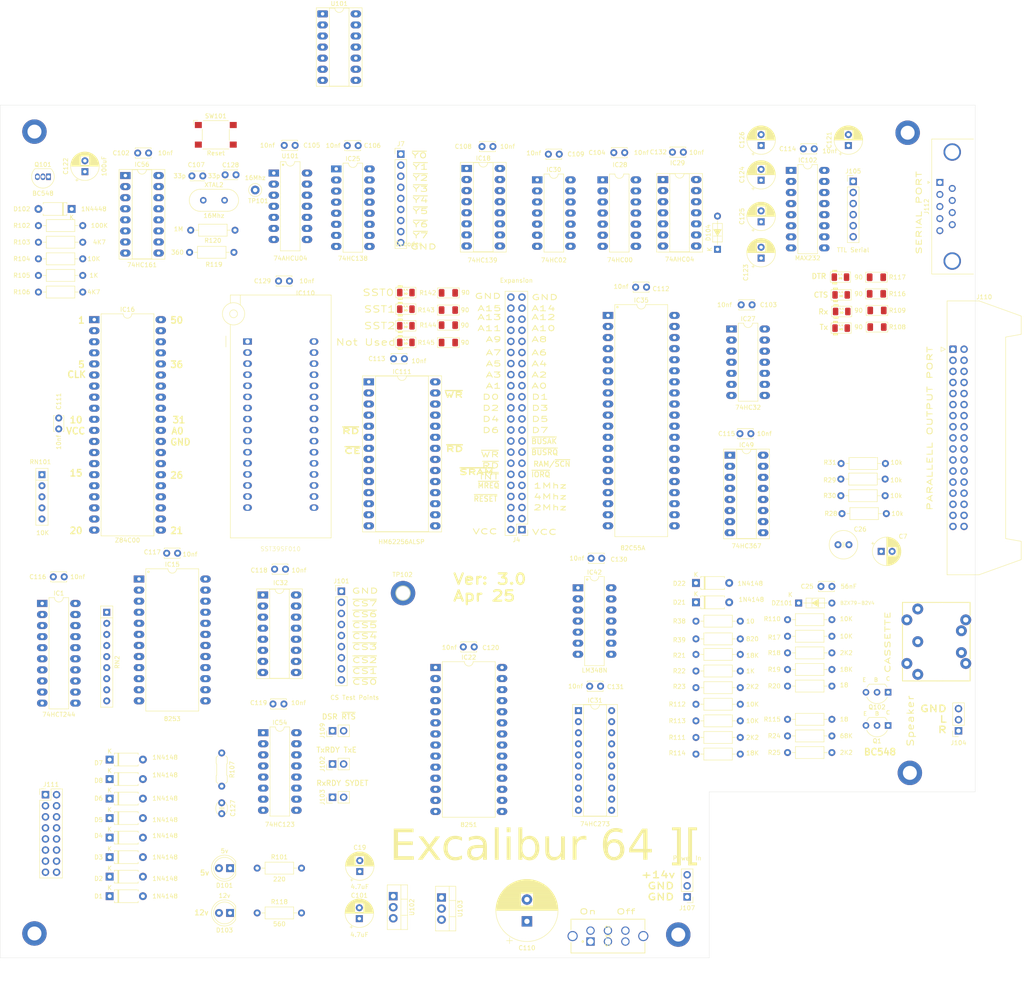
<source format=kicad_pcb>
(kicad_pcb (version 20241229) (generator "pcbnew") (generator_version "9.0")
  (layers (0 "F.Cu" signal) (2 "B.Cu" signal) (13 "F.Paste" user) (15 "B.Paste" user) (5 "F.SilkS" user "F.Silkscreen") (7 "B.SilkS" user "B.Silkscreen") (1 "F.Mask" user) (3 "B.Mask" user) (25 "Edge.Cuts" user))
  (net 0 "")
  (net 1 "GND")
  (net 2 "VCC")
  (net 3 "D2")
  (net 4 "A0")
  (net 5 "A6")
  (net 6 "A10")
  (net 7 "A13")
  (net 8 "A14")
  (net 9 "A2")
  (net 10 "A5")
  (net 11 "D0")
  (net 12 "A7")
  (net 13 "A8")
  (net 14 "D4")
  (net 15 "A9")
  (net 16 "A4")
  (net 17 "D3")
  (net 18 "D5")
  (net 19 "D7")
  (net 20 "D6")
  (net 21 "D1")
  (net 22 "A11")
  (net 23 "A1")
  (net 24 "A3")
  (net 25 "A15")
  (net 26 "A12")
  (net 27 "~{RD}")
  (net 28 "~{WR}")
  (net 29 "~{BUSRQ}")
  (net 30 "Net-(C107-Pad2)")
  (net 31 "Net-(C128-Pad1)")
  (net 32 "~{INT}")
  (net 33 "4Mhz")
  (net 34 "~{RESET}")
  (net 35 "~{IORQ}")
  (net 37 "~{BUSAK}")
  (net 39 "~{MREQ}")
  (net 40 "Net-(IC16-~{WAIT})")
  (net 41 "1Mhz")
  (net 42 "16Mhz")
  (net 43 "2Mhz")
  (net 44 "8Mhz")
  (net 45 "Net-(IC29-Pad4)")
  (net 46 "Net-(R102-Pad1)")
  (net 47 "/CPU/~{BUS_REQ}")
  (net 48 "Net-(D101-A)")
  (net 49 "/CPU/~{IOR_Q}")
  (net 50 "~{ROM1_CE}")
  (net 51 "Net-(C122-Pad1)")
  (net 56 "Net-(IC16-~{NMI})")
  (net 57 "~{ROM2_CE}")
  (net 58 "Net-(LED1-K)")
  (net 59 "Net-(LED2-K)")
  (net 60 "Net-(LED3-K)")
  (net 61 "Net-(LED4-K)")
  (net 62 "Net-(Q101-C)")
  (net 63 "Net-(IC42A--)")
  (net 64 "~{LOW}{slash}HIGHRES")
  (net 65 "Net-(IC28-Pad11)")
  (net 66 "/CPU/~{M1}")
  (net 67 "2nd Col")
  (net 68 "Net-(Q101-B)")
  (net 69 "/CPU/~{BUS_ACK}")
  (net 70 "Net-(IC110-A16)")
  (net 72 "/Power_Reset/RESET")
  (net 73 "/Power_Reset/~{RESET}")
  (net 74 "Net-(C25-Pad2)")
  (net 75 "Net-(C25-Pad1)")
  (net 76 "Net-(C26-Pad2)")
  (net 77 "Net-(IC18B-O3)")
  (net 79 "Net-(IC18B-E)")
  (net 82 "Net-(IC18B-O1)")
  (net 84 "Net-(IC18B-O0)")
  (net 87 "Net-(IC18B-O2)")
  (net 89 "Net-(C26-Pad1)")
  (net 90 "Net-(IC25-~{Y3})")
  (net 91 "Net-(IC25-~{Y7})")
  (net 92 "RAMON{slash}~{SCREEN}")
  (net 93 "Net-(IC25-~{Y0})")
  (net 94 "Net-(IC25-~{Y4})")
  (net 95 "Net-(IC25-~{Y2})")
  (net 96 "Net-(IC25-~{E0})")
  (net 97 "Net-(IC25-~{Y6})")
  (net 98 "~{SRAM}")
  (net 99 "~{ROM}")
  (net 101 "Net-(IC27-Pad1)")
  (net 102 "~{CS5}")
  (net 103 "~{CS3}")
  (net 104 "~{CS4}")
  (net 105 "~{CS0}")
  (net 106 "~{CS2}")
  (net 107 "~{CS6}")
  (net 108 "~{CS1}")
  (net 109 "~{CS7}")
  (net 110 "Net-(IC27-Pad13)")
  (net 112 "Net-(IC54B-Cext)")
  (net 124 "Net-(IC54B-RCext)")
  (net 127 "ROW7")
  (net 128 "ROW6")
  (net 129 "ROW5")
  (net 130 "ROW4")
  (net 131 "ROW3")
  (net 132 "ROW2")
  (net 133 "ROW1")
  (net 134 "ROW0")
  (net 135 "Net-(D21-Pad2)")
  (net 136 "Net-(DZ101-K)")
  (net 137 "COL3")
  (net 138 "COL7")
  (net 139 "COL0")
  (net 140 "COL4")
  (net 141 "COL6")
  (net 142 "COL1")
  (net 143 "COL5")
  (net 144 "COL2")
  (net 145 "/Control_logic/~{MREQ}")
  (net 146 "/Control_logic/~{RFSH}")
  (net 147 "/Control_logic/~{RD}")
  (net 148 "/Control_logic/~{Reset}")
  (net 149 "/Control_logic/~{IOR_Q}")
  (net 150 "Net-(IC42-Pad7)")
  (net 151 "Net-(IC42B-+)")
  (net 152 "Net-(IC42D-+)")
  (net 153 "Net-(IC42-Pad8)")
  (net 154 "Net-(IC42-Pad14)")
  (net 156 "Net-(IC42B--)")
  (net 157 "Net-(IC42C--)")
  (net 161 "~{Q}")
  (net 167 "PD6")
  (net 168 "READY")
  (net 169 "PD0")
  (net 170 "PD2")
  (net 171 "PD4")
  (net 172 "~{DATA STROBE}")
  (net 173 "PD1")
  (net 174 "PD3")
  (net 175 "PD5")
  (net 176 "RESET")
  (net 177 "BUSY")
  (net 178 "PD7")
  (net 179 "OUT PAPER")
  (net 180 "UNIT SEL")
  (net 181 "Net-(J104-Pin_1)")
  (net 182 "Net-(J104-Pin_2)")
  (net 183 "Net-(J108-Pad4)")
  (net 191 "Net-(LED101-A)")
  (net 192 "Net-(LED102-K)")
  (net 193 "Net-(LED103-K)")
  (net 194 "Net-(LED104-A)")
  (net 195 "Net-(Q1-E)")
  (net 196 "Net-(Q1-B)")
  (net 197 "Net-(Q102-E)")
  (net 198 "Net-(Q102-B)")
  (net 199 "+12V")
  (net 200 "Net-(IC102-VS-)")
  (net 201 "Net-(IC102-C1-)")
  (net 202 "Net-(IC102-C1+)")
  (net 203 "Net-(IC102-C2+)")
  (net 204 "Net-(IC102-C2-)")
  (net 205 "Net-(IC102-VS+)")
  (net 206 "Net-(IC35-PB7)")
  (net 207 "Net-(IC35-PB6)")
  (net 208 "Net-(IC35-PB5)")
  (net 209 "Net-(IC35-PB4)")
  (net 210 "Net-(IC35-PB3)")
  (net 211 "Net-(IC35-PB2)")
  (net 212 "Net-(IC35-PB1)")
  (net 213 "Net-(IC35-PB0)")
  (net 216 "UART_CLK")
  (net 217 "Net-(IC15-OUT0)")
  (net 219 "Net-(IC15-OUT2)")
  (net 220 "Net-(IC22-~{RTS})")
  (net 221 "Net-(IC102-T1IN)")
  (net 222 "Net-(IC102-T2IN)")
  (net 223 "Net-(IC22-RxRDY)")
  (net 224 "Net-(IC102-R1OUT)")
  (net 225 "Net-(IC22-TxE)")
  (net 226 "Net-(IC22-SYDET)")
  (net 227 "Net-(IC102-R2OUT)")
  (net 228 "Net-(IC22-~{DSR})")
  (net 229 "Net-(IC22-TxRDY)")
  (net 230 "Net-(IC27-Pad10)")
  (net 231 "Net-(IC35-PC1)")
  (net 232 "Net-(IC35-PC7)")
  (net 235 "Net-(IC102-R1IN)")
  (net 236 "Net-(IC102-T2OUT)")
  (net 237 "Net-(IC102-R2IN)")
  (net 238 "Net-(IC102-T1OUT)")
  (net 239 "Net-(D103-A)")
  (net 250 "/Power_Reset/POWER_OUT")
  (net 251 "/Power_Reset/POWER_IN")
  (net 252 "Net-(R119-Pad2)")
  (footprint "PCM_LED_SMD_Handsoldering_AKL:LED_1206_3216Metric" (layer "F.Cu") (at 128.57 100.16)
    (property "Reference" "LED4" (hide yes))
    (property "Value" "Not Used" (hide yes))
  )
  (footprint "Package_DIP:DIP-16_W7.62mm_Socket_LongPads" (layer "F.Cu") (at 202.84 126.02)
    (property "Reference" "IC49")
    (property "Value" "74HC367")
  )
  (footprint "Connector_Dsub:DSUB-9_Female_Horizontal_P2.77x2.84mm_EdgePinOffset4.94mm_Housed_MountingHolesOffset4.94mm" (layer "F.Cu") (at 250.9697 63.46 90)
    (property "Reference" "J112")
    (property "Value" "Serial")
  )
  (footprint "Diode_THT:D_A-405_P7.62mm_Horizontal" (layer "F.Cu") (at 60.67 222.6871)
    (property "Reference" "D2")
    (property "Value" "1N4148")
  )
  (footprint "Connector_PinHeader_2.54mm:PinHeader_1x02_P2.54mm_Vertical" (layer "F.Cu") (at 111.76 204.47 90)
    (property "Reference" "J103")
    (property "Value" "Rx" (hide yes))
  )
  (footprint "TestPoint:TestPoint_Loop_D1.80mm_Drill1.0mm_Beaded" (layer "F.Cu") (at 94.03 65.21)
    (property "Reference" "TP101")
    (property "Value" "16Mhz")
  )
  (footprint "Package_DIP:DIP-16_W7.62mm_LongPads" (layer "F.Cu") (at 112.6091 60.37)
    (property "Reference" "IC25")
    (property "Value" "74HC138")
  )
  (footprint "Package_DIP:DIP-16_W7.62mm_Socket_LongPads" (layer "F.Cu") (at 64.27 61.89)
    (property "Reference" "IC56")
    (property "Value" "74HC161")
  )
  (footprint "PCM_Resistor_SMD_AKL:R_1206_3216Metric_Pad1.30x1.75mm_HandSolder" (layer "F.Cu") (at 236.56 96.64)
    (property "Reference" "R108")
    (property "Value" "90")
  )
  (footprint "Resistor_THT:R_Axial_DIN0207_L6.3mm_D2.5mm_P10.16mm_Horizontal" (layer "F.Cu") (at 228.33 127.93)
    (property "Reference" "R31")
    (property "Value" "10k")
  )
  (footprint "Resistor_THT:R_Axial_DIN0207_L6.3mm_D2.5mm_P10.16mm_Horizontal" (layer "F.Cu") (at 195.06 190.76)
    (property "Reference" "R111")
    (property "Value" "2K2")
  )
  (footprint "Connector_IDC:IDC-Header_2x17_P2.54mm_Latch_Horizontal" (layer "F.Cu") (at 253.9765 101.72)
    (property "Reference" "J110")
    (property "Value" "PARALLEL OUTPUT PORT")
  )
  (footprint "PCM_Package_DIP_AKL:DIP-40_W15.24mm_LongPads" (layer "F.Cu") (at 174.9 93.97)
    (property "Reference" "IC35")
    (property "Value" "82C55A")
  )
  (footprint "Resistor_THT:R_Axial_DIN0207_L6.3mm_D2.5mm_P10.16mm_Horizontal" (layer "F.Cu") (at 44.34 84.8)
    (property "Reference" "R105")
    (property "Value" "1K")
  )
  (footprint "PCM_Capacitor_THT_AKL:CP_Radial_D6.3mm_P2.50mm" (layer "F.Cu") (at 210 72.5 90)
    (property "Reference" "C125")
    (property "Value" "1uF" (hide yes))
  )
  (footprint "Capacitor_THT:C_Disc_D3.4mm_W2.1mm_P2.50mm" (layer "F.Cu") (at 146.02 55.24)
    (property "Reference" "C108")
    (property "Value" "10nf")
  )
  (footprint "Transformer_THT:MFS201N-16-Z_NDC" (layer "F.Cu") (at 170.89 237.56 90)
    (property "Reference" "SW102")
    (property "Value" "Power")
  )
  (footprint "Capacitor_THT:C_Disc_D3.4mm_W2.1mm_P2.50mm" (layer "F.Cu") (at 125.74 103.9)
    (property "Reference" "C113")
    (property "Value" "10nf")
  )
  (footprint "Resistor_THT:R_Axial_DIN0207_L6.3mm_D2.5mm_P10.16mm_Horizontal" (layer "F.Cu") (at 195.06 179.33)
    (property "Reference" "R23")
    (property "Value" "2K2")
  )
  (footprint "Package_DIP:DIP-16_W7.62mm_LongPads" (layer "F.Cu") (at 216.865 60.705)
    (property "Reference" "IC102")
    (property "Value" "MAX232")
  )
  (footprint "Capacitor_THT:C_Disc_D3.4mm_W2.1mm_P2.50mm" (layer "F.Cu") (at 67.1 56.72)
    (property "Reference" "C102")
    (property "Value" "10nf")
  )
  (footprint "Resistor_THT:R_Axial_DIN0207_L6.3mm_D2.5mm_P10.16mm_Horizontal" (layer "F.Cu") (at 228.27 131.5)
    (property "Reference" "R29")
    (property "Value" "10k")
  )
  (footprint "Package_DIP:DIP-16_W7.62mm_Socket_LongPads" (layer "F.Cu") (at 142.5 60.27)
    (property "Reference" "IC18")
    (property "Value" "74HC139")
  )
  (footprint "PCM_Resistor_SMD_AKL:R_1206_3216Metric_Pad1.30x1.75mm_HandSolder" (layer "F.Cu") (at 236.43 89.02)
    (property "Reference" "R116")
    (property "Value" "90")
  )
  (footprint "Capacitor_THT:C_Disc_D3.0mm_W2.0mm_P2.50mm" (layer "F.Cu") (at 87.142 61.722)
    (property "Reference" "C128")
    (property "Value" "33p")
  )
  (footprint "Resistor_THT:R_Axial_DIN0207_L6.3mm_D2.5mm_P10.16mm_Horizontal" (layer "F.Cu") (at 216.06 186.6)
    (property "Reference" "R115")
    (property "Value" "18")
  )
  (footprint "Capacitor_THT:C_Disc_D3.4mm_W2.1mm_P2.50mm" (layer "F.Cu") (at 170.98 149.67)
    (property "Reference" "C130")
    (property "Value" "10nf")
  )
  (footprint "Capacitor_THT:C_Disc_D3.4mm_W2.1mm_P2.50mm" (layer "F.Cu") (at 178.73 56.64 180)
    (property "Reference" "C104")
    (property "Value" "10nf")
  )
  (footprint "Package_DIP:DIP-28_W15.24mm_LongPads" (layer "F.Cu") (at 135.37 174.71)
    (property "Reference" "IC22")
    (property "Value" "8251")
  )
  (footprint "PCM_Resistor_SMD_AKL:R_1206_3216Metric_Pad1.30x1.75mm_HandSolder" (layer "F.Cu") (at 138.31 96.2 180)
    (property "Reference" "R144")
    (property "Value" "90")
  )
  (footprint "Capacitor_THT:C_Disc_D3.0mm_W2.0mm_P2.50mm" (layer "F.Cu") (at 79.522 61.976)
    (property "Reference" "C107")
    (property "Value" "33p")
  )
  (footprint "Resistor_THT:R_Axial_DIN0207_L6.3mm_D2.5mm_P10.16mm_Horizontal" (layer "F.Cu") (at 205.22 168.154 180)
    (property "Reference" "R39")
    (property "Value" "820")
  )
  (footprint "Connector_PinSocket_2.54mm:PinSocket_1x03_P2.54mm_Vertical" (layer "F.Cu") (at 255.245 189.23 180)
    (property "Reference" "J104")
    (property "Value" "SPEAKER (AUDIO)" (hide yes))
  )
  (footprint "PCM_Package_DIP_AKL:DIP-14_W7.62mm_LongPads" (layer "F.Cu") (at 168.01 156.44)
    (property "Reference" "IC42")
    (property "Value" "LM348N")
  )
  (footprint "PCM_Capacitor_THT_AKL:CP_Radial_D6.3mm_P2.50mm" (layer "F.Cu") (at 237.53 148.082)
    (property "Reference" "C7")
    (property "Value" "1uF" (hide yes))
  )
  (footprint "Package_DIP:DIP-16_W7.62mm_Socket_LongPads" (layer "F.Cu") (at 95.79 158.08)
    (property "Reference" "IC32")
    (property "Value" "74HC138")
  )
  (footprint "Capacitor_THT:CP_Radial_D6.3mm_P2.50mm" (layer "F.Cu") (at 117.9 232.31 90)
    (property "Reference" "C101")
    (property "Value" "4.7uF")
  )
  (footprint "Resistor_THT:R_Axial_DIN0207_L6.3mm_D2.5mm_P10.16mm_Horizontal" (layer "F.Cu") (at 228.27 135.31)
    (property "Reference" "R30")
    (property "Value" "10k")
  )
  (footprint "PCM_Package_TO_SOT_THT_AKL:TO-220-3_Vertical" (layer "F.Cu") (at 125.675 227.15 -90)
    (property "Reference" "U102")
    (property "Value" "LM7805CT" (hide yes))
  )
  (footprint "Package_DIP:DIP-20_W7.62mm_LongPads" (layer "F.Cu") (at 45.212 160.02)
    (property "Reference" "IC1")
    (property "Value" "74HCT244")
  )
  (footprint "Resistor_THT:R_Axial_DIN0207_L6.3mm_D2.5mm_P10.16mm_Horizontal" (layer "F.Cu") (at 216.06 167.55)
    (property "Reference" "R17")
    (property "Value" "10K")
  )
  (footprint "PCM_Package_TO_SOT_THT_AKL:TO-92_Inline_Wide_CBE" (layer "F.Cu") (at 239.11 188.01 180)
    (property "Reference" "Q1")
    (property "Value" "BC548" (hide yes))
  )
  (footprint "Resistor_THT:R_Axial_DIN0207_L6.3mm_D2.5mm_P10.16mm_Horizontal" (layer "F.Cu") (at 104.648 231 180)
    (property "Reference" "R118")
    (property "Value" "560")
  )
  (footprint "Capacitor_THT:C_Disc_D3.4mm_W2.1mm_P2.50mm" (layer "F.Cu") (at 101.89 86.08 180)
    (property "Reference" "C129")
    (property "Value" "10nf")
  )
  (footprint "Socket:DIP_Socket-32_W11.9_W12.7_W15.24_W17.78_W18.5_3M_232-1285-00-0602J" (layer "F.Cu") (at 92.2712 99.95)
    (property "Reference" "IC110")
    (property "Value" "SST39SF010")
  )
  (footprint "Diode_THT:D_A-405_P7.62mm_Horizontal" (layer "F.Cu") (at 60.67 195.8243)
    (property "Reference" "D7")
    (property "Value" "1N4148")
  )
  (footprint "Package_DIP:DIP-14_W7.62mm_Socket_LongPads" (layer "F.Cu") (at 187.5 62.82)
    (property "Reference" "IC29")
    (property "Value" "74AHC04")
  )
  (footprint "PCM_LED_SMD_Handsoldering_AKL:LED_1206_3216Metric" (layer "F.Cu") (at 128.57 92.54)
    (property "Reference" "LED2" (hide yes))
    (property "Value" "SST1" (hide yes))
  )
  (footprint "PCM_Package_DIP_AKL:DIP-24_W15.24mm_LongPads" (layer "F.Cu") (at 67.4 154.42)
    (property "Reference" "IC15")
    (property "Value" "8253")
  )
  (footprint "PCM_Package_TO_SOT_THT_AKL:TO-220-3_Vertical" (layer "F.Cu") (at 136.74 227.46 -90)
    (property "Reference" "U103")
    (property "Value" "LM7812CT" (hide yes))
  )
  (footprint "Capacitor_THT:CP_Radial_D6.3mm_P2.50mm" (layer "F.Cu") (at 55 61 90)
    (property "Reference" "C122")
    (property "Value" "100uF")
  )
  (footprint "PCM_LED_SMD_Handsoldering_AKL:LED_1206_3216Metric" (layer "F.Cu") (at 128.57 96.35)
    (property "Reference" "LED3" (hide yes))
    (property "Value" "SST2" (hide yes))
  )
  (footprint "Resistor_THT:R_Axial_DIN0207_L6.3mm_D2.5mm_P10.16mm_Horizontal" (layer "F.Cu") (at 228.54 139.42)
    (property "Reference" "R28")
    (property "Value" "10k")
  )
  (footprint "Button_Switch_SMD:SW_SPST_Omron_B3FS-100xP" (layer "F.Cu") (at 85 52.55)
    (property "Reference" "SW101")
    (property "Value" "Reset")
  )
  (footprint "Diode_THT:D_A-405_P7.62mm_Horizontal" (layer "F.Cu") (at 195.06 159.772)
    (property "Reference" "D21")
    (property "Value" "1N4148")
  )
  (footprint "Package_DIP:DIP-14_W7.62mm_LongPads" (layer "F.Cu") (at 173.675 62.87)
    (property "Reference" "IC28")
    (property "Value" "74HC00")
  )
  (footprint "Connector_PinHeader_2.54mm:PinHeader_1x02_P2.54mm_Vertical" (layer "F.Cu") (at 111.76 196.85 90)
    (property "Reference" "J102")
    (property "Value" "Tx" (hide yes))
  )
  (footprint "Capacitor_THT:C_Disc_D3.4mm_W2.1mm_P2.50mm" (layer "F.Cu") (at 207.93 91.54 180)
    (property "Reference" "C103")
    (property "Value" "10nf")
  )
  (footprint "Connector_PinHeader_2.54mm:PinHeader_1x09_P2.54mm_Vertical" (layer "F.Cu") (at 113.792 157.226)
    (property "Reference" "J101")
    (property "Value" "CS Test Points")
  )
  (footprint "Connector_PinHeader_2.54mm:PinHeader_1x03_P2.54mm_Vertical" (layer "F.Cu") (at 193.04 227.33 180)
    (property "Reference" "J107")
    (property "Value" "Power In")
  )
  (footprint "PCM_LED_SMD_Handsoldering_AKL:LED_1206_3216Metric" (layer "F.Cu") (at 228.34 96.88)
    (property "Reference" "LED103" (hide yes))
    (property "Value" "Red" (hide yes))
  )
  (footprint "Resistor_THT:R_Axial_DIN0207_L6.3mm_D2.5mm_P10.16mm_Horizontal" (layer "F.Cu") (at 44.34 80.99)
    (property "Reference" "R104")
    (property "Value" "10K")
  )
  (footprint "PCM_LED_SMD_Handsoldering_AKL:LED_1206_3216Metric" (layer "F.Cu") (at 228.47 93.07)
    (property "Reference" "LED102" (hide yes))
    (property "Value" "Green" (hide yes))
  )
  (footprint "MountingHole:MountingHole_3.2mm_M3_DIN965_Pad" (layer "F.Cu") (at 127.92 157.66)
    (property "Reference" "REF**" (hide yes))
    (property "Value" "MountingHole_3.2mm_M3_DIN965_Pad" (hide yes))
  )
  (footprint "PCM_Package_DIP_AKL:DIP-14_W7.62mm_LongPads" (layer "F.Cu") (at 98.29 61.32)
    (property "Reference" "U101")
    (property "Value" "74AHCU04")
  )
  (footprint "Capacitor_THT:C_Disc_D3.4mm_W2.1mm_P2.50mm" (layer "F.Cu") (at 223.72 156.12)
    (property "Reference" "C25")
    (property "Value" "56nF")
  )
  (footprint "Package_DIP:DIP-14_W7.62mm_Socket_LongPads" (layer "F.Cu") (at 109.48 24.81)
    (property "Reference" "U101")
    (property "Value" "74AHCU04")
  )
  (footprint "Package_DIP:DIP-40_W15.24mm_LongPads" (layer "F.Cu") (at 57.142 94.934)
    (property "Reference" "IC16")
    (property "Value" "Z84C00")
  )
  (footprint "Crystal:Crystal_HC49-U_Vertical" (layer "F.Cu") (at 82.132 67.564)
    (property "Reference" "XTAL2")
    (property "Value" "16Mhz")
  )
  (footprint "Capacitor_THT:C_Disc_D3.4mm_W2.1mm_P2.50mm" (layer "F.Cu") (at 144.23 170 180)
    (property "Reference" "C120")
    (property "Value" "10nf")
  )
  (footprint "PCM_Capacitor_THT_AKL:CP_Radial_D6.3mm_P2.50mm" (layer "F.Cu") (at 210 62.965 90)
    (property "Reference" "C124")
    (property "Value" "1uF" (hide yes))
  )
  (footprint "Connector_PinHeader_2.54mm:PinHeader_1x02_P2.54mm_Vertical" (layer "F.Cu") (at 111.76 189.23 90)
    (property "Reference" "J109")
    (property "Value" "RTS - DSR" (hide yes))
  )
  (footprint "Diode_THT:D_A-405_P7.62mm_Horizontal" (layer "F.Cu") (at 60.67 200.3014)
    (property "Reference" "D8")
    (property "Value" "1N4148")
  )
  (footprint "Capacitor_THT:C_Disc_D3.4mm_W2.1mm_P2.50mm" (layer "F.Cu") (at 98.116 183.074)
    (property "Reference" "C119")
    (property "Value" "10nf")
  )
  (footprint "Capacitor_THT:C_Disc_D3.4mm_W2.1mm_P2.50mm" (layer "F.Cu") (at 73.75 148.5)
    (property "Reference" "C117")
    (property "Value" "10nf")
  )
  (footprint "Resistor_THT:R_Axial_DIN0207_L6.3mm_D2.5mm_P10.16mm_Horizontal" (layer "F.Cu") (at 195.06 183.14)
    (property "Reference" "R112")
    (property "Value" "10K")
  )
  (footprint "PCM_Diode_THT_AKL:D_DO-35_SOD27_P7.62mm_Horizontal_Zener" (layer "F.Cu") (at 218.6 159.93)
    (property "Reference" "DZ101")
    (property "Value" "BZX79-B2V4" (hide yes))
  )
  (footprint "LED_THT:LED_D5.0mm" (layer "F.Cu") (at 88.27 220.74 180)
    (property "Reference" "D101")
    (property "Value" "5v")
  )
  (footprint "Connector_PinHeader_2.54mm:PinHeader_1x06_P2.54mm_Vertical" (layer "F.Cu") (at 231.104 63.23)
    (property "Reference" "J105")
    (property "Value" "TTL Serial")
  )
  (footprint "MountingHole:MountingHole_3.2mm_M3_DIN965_Pad" (layer "F.Cu") (at 244.094 198.882)
    (property "Reference" "REF06" (hide yes))
    (property "Value" "MountingHole_3.2mm_M3_DIN965_Pad" (hide yes))
  )
  (footprint "Resistor_THT:R_Axial_DIN0207_L6.3mm_D2.5mm_P10.16mm_Horizontal" (layer "F.Cu") (at 216.06 178.98)
    (property "Reference" "R20")
    (property "Value" "18")
  )
  (footprint "Resistor_THT:R_Axial_DIN0207_L6.3mm_D2.5mm_P10.16mm_Horizontal" (layer "F.Cu") (at 44.34 73.37)
    (property "Reference" "R102")
    (property "Value" "100K")
  )
  (footprint "Diode_THT:D_A-405_P7.62mm_Horizontal" (layer "F.Cu") (at 60.67 227.1643)
    (property "Reference" "D1")
    (property "Value" "1N4148")
  )
  (footprint "Connector_DIN:DIN_5" (layer "F.Cu") (at 245.905 168.79 -90)
    (property "Reference" "J108" (hide yes))
    (property "Value" "CASSETTE")
  )
  (footprint "Resistor_THT:R_Array_SIP9" (layer "F.Cu") (at 60 162.052 -90)
    (property "Reference" "RN2")
    (property "Value" "10k")
  )
  (footprint "Resistor_THT:R_Axial_DIN0207_L6.3mm_D2.5mm_P10.16mm_Horizontal" (layer "F.Cu") (at 216.06 163.74)
    (property "Reference" "R110")
    (property "Value" "10K")
  )
  (footprint "Resistor_THT:R_Axial_DIN0207_L6.3mm_D2.5mm_P10.16mm_Horizontal" (layer "F.Cu") (at 89.408 74.422 180)
    (property "Reference" "R120")
    (property "Value" "1M")
  )
  (footprint "PCM_Capacitor_THT_AKL:C_Disc_D3.8mm_W2.6mm_P2.50mm" (layer "F.Cu") (at 86.36 205.74 -90)
    (property "Reference" "C127")
    (property "Value" "100pf" (hide yes))
  )
  (footprint "Capacitor_THT:C_Disc_D3.4mm_W2.1mm_P2.50mm" (layer "F.Cu") (at 183.74 87.49 180)
    (property "Reference" "C112")
    (property "Value" "10nf")
  )
  (footprint "Diode_THT:D_A-405_P7.62mm_Horizontal" (layer "F.Cu") (at 60.67 204.7786)
    (property "Reference" "D6")
    (property "Value" "1N4148")
  )
  (footprint "Resistor_THT:R_Axial_DIN0207_L6.3mm_D2.5mm_P10.16mm_Horizontal" (layer "F.Cu") (at 195.06 171.71)
    (property "Reference" "R21")
    (property "Value" "18K")
  )
  (footprint "PCM_Resistor_SMD_AKL:R_1206_3216Metric_Pad1.30x1.75mm_HandSolder" (layer "F.Cu") (at 138.31 100.19)
    (property "Reference" "R145")
    (property "Value" "90")
  )
  (footprint "Capacitor_THT:C_Disc_D3.4mm_W2.1mm_P2.50mm" (layer "F.Cu") (at 163.73 56.99 180)
    (property "Reference" "C109")
    (property "Value" "10nf")
  )
  (footprint "LED_THT:LED_D5.0mm" (layer "F.Cu") (at 88.27 231 180)
    (property "Reference" "D103")
    (property "Value" "12v")
  )
  (footprint "Capacitor_THT:CP_Radial_D6.3mm_P2.50mm" (layer "F.Cu") (at 118 221.5 90)
    (property "Reference" "C19")
    (property "Value" "4.7uF")
  )
  (footprint "Capacitor_THT:C_Disc_D3.4mm_W2.1mm_P2.50mm" (layer "F.Cu") (at 189.67 56.53)
    (property "Reference" "C132")
    (property "Value" "10nf")
  )
  (footprint "Package_DIP:DIP-20_W7.62mm_Socket" (layer "F.Cu") (at 168.12 184.6)
    (property "Reference" "IC31")
    (property "Value" "74HC273")
  )
  (footprint "TestPoint:TestPoint_Plated_Hole_D2.0mm" (layer "F.Cu") (at 127.92 157.66)
    (property "Reference" "TP102")
    (property "Value" "TestPoint" (hide yes))
  )
  (footprint "PCM_LED_SMD_Handsoldering_AKL:LED_1206_3216Metric" (layer "F.Cu") (at 128.57 88.73)
    (property "Reference" "LED1" (hide yes))
    (property "Value" "SST0" (hide yes))
  )
  (footprint "Connector_PinHeader_2.54mm:PinHeader_2x22_P2.54mm_Vertical" (layer "F.Cu") (at 155.1821 143.103 180)
    (property "Reference" "J4")
    (property "Value" "Expansion")
  )
  (footprint "MountingHole:MountingHole_3.2mm_M3_DIN965_Pad" (layer "F.Cu") (at 191.008 235.966)
    (property "Reference" "REF05" (hide yes))
    (property "Value" "MountingHole_3.2mm_M3_DIN965_Pad" (hide yes))
  )
  (footprint "Package_DIP:DIP-16_W7.62mm_LongPads" (layer "F.Cu") (at 95.865 189.675)
    (property "Reference" "IC54")
    (property "Value" "74HC123")
  )
  (footprint "MountingHole:MountingHole_3.2mm_M3_DIN965_Pad" (layer "F.Cu") (at 43.434 51.816)
    (property "Reference" "REF01" (hide yes))
    (property "Value" "MountingHole_3.2mm_M3_DIN965_Pad" (hide yes))
  )
  (footprint "Resistor_THT:R_Axial_DIN0207_L6.3mm_D2.5mm_P10.16mm_Horizontal" (layer "F.Cu") (at 104.648 220.726 180)
    (property "Reference" "R101")
    (property "Value" "220")
  )
  (footprint "Connector_PinHeader_2.54mm:PinHeader_2x08_P2.54mm_Vertical" (layer "F.Cu") (at 45.96 203.88)
    (property "Reference" "J111")
    (property "Value" "Keyboard")
  )
  (footprint "Resistor_THT:R_Array_SIP5" (layer "F.Cu") (at 45.15 130.49 -90)
    (property "Reference" "RN101")
    (property "Value" "10K")
  )
  (footprint "Resistor_THT:R_Axial_DIN0207_L6.3mm_D2.5mm_P10.16mm_Horizontal" (layer "F.Cu") (at 205.22 194.57 180)
    (property "Reference" "R114")
    (property "Value" "18K")
  )
  (footprint "Capacitor_THT:C_Disc_D3.4mm_W2.1mm_P2.50mm" (layer "F.Cu") (at 103.19 54.97 180)
    (property "Reference" "C105")
    (property "Value" "10nf")
  )
  (footprint "Resistor_THT:R_Axial_DIN0207_L6.3mm_D2.5mm_P10.16mm_Horizontal" (layer "F.Cu") (at 44.34 77.18)
    (property "Reference" "R103")
    (property "Value" "4K7")
  )
  (footprint "Capacitor_THT:C_Disc_D3.4mm_W2.1mm_P2.50mm" (layer "F.Cu") (at 49 120 90)
    (property "Reference" "C111")
    (property "Value" "10nf")
  )
  (footprint "Package_TO_SOT_THT:TO-92_Inline" (layer "F.Cu") (at 46.65 62.17 180)
    (property "Reference" "Q101")
    (property "Value" "BC548")
  )
  (footprint "Diode_THT:D_A-405_P7.62mm_Horizontal" (layer "F.Cu") (at 51.96 69.56 180)
    (property "Reference" "D102")
    (property "Value" "1N4448")
  )
  (footprint "Resistor_THT:R_Axial_DIN0207_L6.3mm_D2.5mm_P10.16mm_Horizontal" (layer "F.Cu") (at 195.06 175.52)
    (property "Reference" "R22")
    (property "Value" "1K")
  )
  (footprint "Resistor_THT:R_Axial_DIN0207_L6.3mm_D2.5mm_P10.16mm_Horizontal" (layer "F.Cu") (at 216.06 171.36)
    (property "Reference" "R18")
    (property "Value" "2K2")
  )
  (footprint "PCM_Resistor_THT_AKL:R_Axial_DIN0207_L6.3mm_D2.5mm_P7.62mm_Horizontal" (layer "F.Cu") (at 86.36 194.31 -90)
    (property "Reference" "R107")
    (property "Value" "6K8" (hide yes))
  )
  (footprint "PCM_Resistor_SMD_AKL:R_1206_3216Metric_Pad1.30x1.75mm_HandSolder" (layer "F.Cu") (at 236.43 85.21)
    (property "Reference" "R117")
    (property "Value" "90")
  )
  (footprint "Resistor_THT:R_Axial_DIN0207_L6.3mm_D2.5mm_P10.16mm_Horizontal" (layer "F.Cu") (at 216.06 190.41)
    (property "Reference" "R24")
    (property "Value" "68K")
  )
  (footprint "Resistor_THT:R_Axial_DIN0207_L6.3mm_D2.5mm_P10.16mm_Horizontal" (layer "F.Cu") (at 195.06 186.95)
    (property "Reference" "R113")
    (property "Value" "10K")
  )
  (footprint "PCM_Package_TO_SOT_THT_AKL:TO-92_Inline_Wide_CBE" (layer "F.Cu") (at 239.11 180.39 180)
    (property "Reference" "Q102")
    (property "Value" "BC548" (hide yes))
  )
  (footprint "PCM_LED_SMD_Handsoldering_AKL:LED_1206_3216Metric" (layer "F.Cu") (at 228.18 85.19)
    (property "Reference" "LED104" (hide yes))
    (property "Value" "Green" (hide yes))
  )
  (footprint "Capacitor_THT:C_Disc_D3.4mm_W2.1mm_P2.50mm" (layer "F.Cu") (at 47.752 153.924)
    (property "Reference" "C116")
    (property "Value" "10nf")
  )
  (footprint "PCM_Capacitor_THT_AKL:C_Radial_D6.3mm_H5.0mm_P2.50mm" (layer "F.Cu") (at 227.624 146.558)
    (property "Reference" "C26")
    (property "Value" "10uF" (hide yes))
  )
  (footprint "MountingHole:MountingHole_3.2mm_M3_DIN965_Pad" (layer "F.Cu") (at 43.434 235.712)
    (property "Reference" "REF04" (hide yes))
    (property "Value" "MountingHole_3.2mm_M3_DIN965_Pad" (hide yes))
  )
  (footprint "MountingHole:MountingHole_3.2mm_M3_DIN965_Pad" (layer "F.Cu") (at 243.586 52.07)
    (property "Reference" "REF02" (hide yes))
    (property "Value" "MountingHole_3.2mm_M3_DIN965_Pad" (hide yes))
  )
  (footprint "PCM_Capacitor_THT_AKL:CP_Radial_D6.3mm_P2.50mm" (layer "F.Cu") (at 210 80.83 90)
    (property "Reference" "C123")
    (property "Value" "1uF" (hide yes))
  )
  (footprint "PCM_Resistor_SMD_AKL:R_1206_3216Metric_Pad1.30x1.75mm_HandSolder" (layer "F.Cu") (at 138.31 88.8 180)
    (property "Reference" "R142")
    (property "Value" "90")
  )
  (footprint "Resistor_THT:R_Axial_DIN0207_L6.3mm_D2.5mm_P10.16mm_Horizontal" (layer "F.Cu") (at 216.06 194.22)
    (property "Reference" "R25")
    (property "Value" "2K2")
  )
  (footprint "Package_DIP:DIP-14_W7.62mm_LongPads" (layer "F.Cu") (at 203.2 97.08)
    (property "Reference" "IC27")
    (property "Value" "74HC32")
  )
  (footprint "PCM_Diode_THT_AKL:D_DO-35_SOD27_P7.62mm_Horizontal" (layer "F.Cu") (at 200 78.81 90)
    (property "Reference" "D104")
    (property "Value" "1N4148" (hide yes))
  )
  (footprint "Capacitor_THT:C_Disc_D3.4mm_W2.1mm_P2.50mm" (layer "F.Cu") (at 219.679 55.761)
    (property "Reference" "C114")
    (property "Value" "10nf")
  )
  (footprint "Diode_THT:D_A-405_P7.62mm_Horizontal" (layer "F.Cu") (at 60.67 218.21)
    (property "Reference" "D3")
    (property "Value" "1N4148")
  )
  (footprint "Capacitor_THT:C_Disc_D3.4mm_W2.1mm_P2.50mm" (layer "F.Cu") (at 98.48 152.16)
    (property "Reference" "C118")
    (property "Value" "10nf")
  )
  (footprint "Capacitor_THT:CP_Radial_D14.0mm_P5.00mm" (layer "F.Cu") (at 156.32 232.93 90)
    (property "Reference" "C110")
    (property "Value" "1000uF")
  )
  (footprint "Resistor_THT:R_Axial_DIN0207_L6.3mm_D2.5mm_P10.16mm_Horizontal" (layer "F.Cu") (at 78.994 79.502)
    (property "Reference" "R119")
    (property "Value" "360")
  )
  (footprint "Package_DIP:DIP-14_W7.62mm_LongPads" (layer "F.Cu") (at 158.675 62.87)
    (property "Reference" "IC30")
    (property "Value" "74HC02")
  )
  (footprint "PCM_LED_SMD_Handsoldering_AKL:LED_1206_3216Metric" (layer "F.Cu") (at 228.34 89.26)
    (property "Reference" "LED101" (hide yes))
    (property "Value" "Red" (hide yes))
  )
  (footprint "Capacitor_THT:C_Disc_D3.4mm_W2.1mm_P2.50mm" (layer "F.Cu") (at 205.146 121.091)
    (property "Reference" "C115")
    (property "Value" "10nf")
  )
  (footprint "Diode_THT:D_A-405_P7.62mm_Horizontal" (layer "F.Cu") (at 60.67 213.7329)
    (property "Reference" "D4")
    (property "Value" "1N4148")
  )
  (footprint "Capacitor_THT:C_Disc_D3.4mm_W2.1mm_P2.50mm" (layer "F.Cu") (at 115.14 55.02)
    (property "Reference" "C106")
    (property "Value" "10nf")
  )
  (footprint "PCM_Resistor_SMD_AKL:R_1206_3216Metric_Pad1.30x1.75mm_HandSolder" (layer "F.Cu") (at 138.31 92.74)
    (property "Reference" "R143")
    (property "Value" "90")
  )
  (footprint "PCM_Resistor_SMD_AKL:R_1206_3216Metric_Pad1.30x1.75mm_HandSolder" (layer "F.Cu") (at 236.56 92.83)
    (property "Reference" "R109")
    (property "Value" "90")
  )
  (footprint "Package_DIP:DIP-28_W15.24mm_Socket_LongPads" (layer "F.Cu") (at 120.067 109.215)
    (property "Reference" "IC111")
    (property "Value" "HM62256ALSP")
  )
  (footprint "PCM_Capacitor_THT_AKL:CP_Radial_D6.3mm_P2.50mm" (layer "F.Cu") (at 230 55 90)
    (property "Reference" "C121")
    (property "Value" "1uF" (hide yes))
  )
  (footprint "Diode_THT:D_A-405_P7.62mm_Horizontal" (layer "F.Cu") (at 60.67 209.2557)
    (property "Reference" "D5")
    (property "Value" "1N4148")
  )
  (footprint "Resistor_THT:R_Axial_DIN0207_L6.3mm_D2.5mm_P10.16mm_Horizontal" (layer "F.Cu") (at 216.06 175.17)
    (property "Reference" "R19")
    (property "Value" "18K")
  )
  (footprint "Resistor_THT:R_Axial_DIN0207_L6.3mm_D2.5mm_P10.16mm_Horizontal" (layer "F.Cu") (at 195.06 164.09)
    (property "Reference" "R38")
    (property "Value" "10")
  )
  (footprint "Resistor_THT:R_Axial_DIN0207_L6.3mm_D2.5mm_P10.16mm_Horizontal" (layer "F.Cu") (at 44.34 88.61)
    (property "Reference" "R106")
    (property "Value" "4K7")
  )
  (footprint "Diode_THT:D_A-405_P7.62mm_Horizontal" (layer "F.Cu") (at 195.06 155.327)
    (property "Reference" "D22")
    (property "Value" "1N4148")
  )
  (footprint "PCM_Capacitor_THT_AKL:CP_Radial_D6.3mm_P2.50mm" (layer "F.Cu") (at 210 55 90)
    (property "Reference" "C126")
    (property "Value" "1uF" (hide yes))
  )
  (footprint "Capacitor_THT:C_Disc_D3.4mm_W2.1mm_P2.50mm" (layer "F.Cu") (at 170.7 179.012)
    (property "Reference" "C131")
    (property "Value" "10nf")
  )
  (footprint "Connector_PinHeader_2.54mm:PinHeader_1x09_P2.54mm_Vertical" (layer "F.Cu") (at 127.4128 56.97)
    (property "Reference" "J7")
    (property "Value" "Decoder")
  )
  (gr_line (start 35.56 241.3) (end 35.56 45.72) (stroke (width 0.05)) (layer "Edge.Cuts"))
  (gr_line (start 198.12 203.2) (end 198.12 241.3) (stroke (width 0.05)) (layer "Edge.Cuts"))
  (gr_line (start 35.56 45.72) (end 259.08 45.72) (stroke (width 0.05)) (layer "Edge.Cuts"))
  (gr_line (start 259.08 45.72) (end 259.08 203.2) (stroke (width 0.05)) (layer "Edge.Cuts"))
  (gr_line (start 198.12 241.3) (end 35.56 241.3) (stroke (width 0.05)) (layer "Edge.Cuts"))
  (gr_line (start 259.08 203.2) (end 198.12 203.2) (stroke (width 0.05)) (layer "Edge.Cuts"))
  (gr_text "CTS" (at 221.95 89.26 0) (layer "F.SilkS") (effects (font (size 1.2 1.2) (thickness 0.2) (bold yes)) (justify left)))
  (gr_text "Excalibur 64 ][" (at 124.84 220 0) (layer "F.SilkS") (effects (font (size 7 7) (thickness 0.875)) (justify left bottom)))
  (gr_text "~{Y2}" (at 129.9528 63.16 0) (layer "F.SilkS") (effects (font (size 1.2 2) (thickness 0.2) (bold yes)) (justify left bottom)))
  (gr_text "A7" (at 150.610072 103.22 0) (layer "F.SilkS") (effects (font (size 1.2 2) (thickness 0.2) (bold yes)) (justify right bottom)))
  (gr_text "A0" (at 157.214072 110.84 0) (layer "F.SilkS") (effects (font (size 1.2 2) (thickness 0.2) (bold yes)) (justify left bottom)))
  (gr_text "10" (at 54.602 118.81 0) (layer "F.SilkS") (effects (font (size 1.5 1.5) (thickness 0.3) (bold yes)) (justify right bottom)))
  (gr_text "CASSETTE" (at 239.014 168.91 90) (layer "F.SilkS") (effects (font (size 1.2 2) (thickness 0.2) (bold yes))))
  (gr_text "D2" (at 150.102072 115.92 0) (layer "F.SilkS") (effects (font (size 1.2 2) (thickness 0.2) (bold yes)) (justify right bottom)))
  (gr_text "On   Off" (at 174.752 231.394 0) (layer "F.SilkS") (effects (font (size 1.2 2) (thickness 0.2) (bold yes)) (justify bottom)))
  (gr_text "~{CS1}" (at 116.088 176.246 0) (layer "F.SilkS") (effects (font (size 1.2 2) (thickness 0.2) (bold yes)) (justify left bottom)))
  (gr_text "A11" (at 150.610072 97.632 0) (layer "F.SilkS") (effects (font (size 1.2 2) (thickness 0.2) (bold yes)) (justify right bottom)))
  (gr_text "SST0" (at 118.49 88.73 0) (layer "F.SilkS") (effects (font (size 1.5 2) (thickness 0.2)) (justify left)))
  (gr_text "GND" (at 116.03 157.84 0) (layer "F.SilkS") (effects (font (size 1.2 2) (thickness 0.2) (bold yes)) (justify left bottom)))
  (gr_text "~{Y0}" (at 129.7128 58 0) (layer "F.SilkS") (effects (font (size 1.2 2) (thickness 0.2) (bold yes)) (justify left bottom)))
  (gr_text "Tx" (at 223.28 96.66 0) (layer "F.SilkS") (effects (font (size 1.2 1.2) (thickness 0.2) (bold yes)) (justify left)))
  (gr_text "A3" (at 150.610072 108.3 0) (layer "F.SilkS") (effects (font (size 1.2 2) (thickness 0.2) (bold yes)) (justify right bottom)))
  (gr_text "CLK" (at 50.792 108.396 0) (layer "F.SilkS") (effects (font (size 1.5 1.5) (thickness 0.3) (bold yes)) (justify left bottom)))
  (gr_text "D5" (at 157.214072 118.46 0) (layer "F.SilkS") (effects (font (size 1.2 2) (thickness 0.2) (bold yes)) (justify left bottom)))
  (gr_text "2Mhz" (at 157.682072 138.743 0) (layer "F.SilkS") (effects (font (size 1.2 2) (thickness 0.2) (bold yes)) (justify left bottom)))
  (gr_text "36" (at 74.414 106.11 0) (layer "F.SilkS") (effects (font (size 1.5 1.5) (thickness 0.3) (bold yes)) (justify left bottom)))
  (gr_text "Not Used" (at 112.35 100.12 0) (layer "F.SilkS") (effects (font (size 1.5 2) (thickness 0.2)) (justify left)))
  (gr_text "A14" (at 157.214072 93.06 0) (layer "F.SilkS") (effects (font (size 1.2 2) (thickness 0.2) (bold yes)) (justify left bottom)))
  (gr_text "GND" (at 157.214072 90.52 0) (layer "F.SilkS") (effects (font (size 1.2 2) (thickness 0.2) (bold yes)) (justify left bottom)))
  (gr_text "A13" (at 150.610072 95.092 0) (layer "F.SilkS") (effects (font (size 1.2 2) (thickness 0.2) (bold yes)) (justify right bottom)))
  (gr_text "Rx" (at 223.02 93.12 0) (layer "F.SilkS") (effects (font (size 1.2 1.2) (thickness 0.2) (bold yes)) (justify left)))
  (gr_text "~{Y6}" (at 129.9528 73.828 0) (layer "F.SilkS") (effects (font (size 1.2 2) (thickness 0.2) (bold yes)) (justify left bottom)))
  (gr_text "~{BUSAK}" (at 157.214072 123.54 0) (layer "F.SilkS") (effects (font (size 1.2 1.2) (thickness 0.2) (bold yes)) (justify left bottom)))
  (gr_text "A8" (at 157.214072 100.172 0) (layer "F.SilkS") (effects (font (size 1.2 2) (thickness 0.2) (bold yes)) (justify left bottom)))
  (gr_text "~{CS6}" (at 116.088 163.246 0) (layer "F.SilkS") (effects (font (size 1.2 2) (thickness 0.2) (bold yes)) (justify left bottom)))
  (gr_text "A0" (at 74.668 121.35 0) (layer "F.SilkS") (effects (font (size 1.5 1.5) (thickness 0.3) (bold yes)) (justify left bottom)))
  (gr_text "5" (at 55.11 106.11 0) (layer "F.SilkS") (effects (font (size 1.5 1.5) (thickness 0.3) (bold yes)) (justify right bottom)))
  (gr_text "+14v\n" (at 190.5 222.25 0) (layer "F.SilkS") (effects (font (size 1.5 2) (thickness 0.3) (bold yes)) (justify right)))
  (gr_text "26" (at 74.414 131.51 0) (layer "F.SilkS") (effects (font (size 1.5 1.5) (thickness 0.3) (bold yes)) (justify left bottom)))
  (gr_text "4Mhz" (at 157.682072 136.243 0) (layer "F.SilkS") (effects (font (size 1.2 2) (thickness 0.2) (bold yes)) (justify left bottom)))
  (gr_text "BC548" (at 233.4 194.97 0) (layer "F.SilkS") (effects (font (size 1.5 1.5) (thickness 0.3) (bold yes)) (justify left bottom)))
  (gr_text "SST2" (at 118.83 96.35 0) (layer "F.SilkS") (effects (font (size 1.5 2) (thickness 0.1875)) (justify left)))
  (gr_text "~{CS2}" (at 116.088 173.746 0) (layer "F.SilkS") (effects (font (size 1.2 2) (thickness 0.2) (bold yes)) (justify left bottom)))
  (gr_text "VCC" (at 50.538 121.35 0) (layer "F.SilkS") (effects (font (size 1.5 1.5) (thickness 0.3) (bold yes)) (justify left bottom)))
  (gr_text "~{INT}" (at 150.102072 131.668 0) (layer "F.SilkS") (effects (font (size 1.2 2) (thickness 0.2) (bold yes)) (justify right bottom)))
  (gr_text "1Mhz" (at 157.682072 133.743 0) (layer "F.SilkS") (effects (font (size 1.2 2) (thickness 0.2) (bold yes)) (justify left bottom)))
  (gr_text "GND" (at 190.246 224.805 0) (layer "F.SilkS") (effects (font (size 1.5 2) (thickness 0.3) (bold yes)) (justify right)))
  (gr_text "50" (at 74.414 95.95 0) (layer "F.SilkS") (effects (font (size 1.5 1.5) (thickness 0.3) (bold yes)) (justify left bottom)))
  (gr_text "GND" (at 190.246 227.33 0) (layer "F.SilkS") (effects (font (size 1.5 2) (thickness 0.3) (bold yes)) (justify right)))
  (gr_text "5v" (at 81.28 222.504 0) (layer "F.SilkS") (effects (font (size 1.2 1.2) (thickness 0.2) (bold yes)) (justify left bottom)))
  (gr_text "~{CS4}" (at 116.088 168.246 0) (layer "F.SilkS") (effects (font (size 1.2 2) (thickness 0.2) (bold yes)) (justify left bottom)))
  (gr_text "15" (at 54.602 131.002 0) (layer "F.SilkS") (effects (font (size 1.5 1.5) (thickness 0.3) (bold yes)) (justify right bottom)))
  (gr_text "D1" (at 157.214072 113.38 0) (layer "F.SilkS") (effects (font (size 1.2 2) (thickness 0.2) (bold yes)) (justify left bottom)))
  (gr_text "PARALLELL OUTPUT PORT" (at 248.666 119.888 90) (layer "F.SilkS") (effects (font (size 1.2 2) (thickness 0.2) (bold yes))))
  (gr_text "VCC" (at 163.310072 144.368 0) (layer "F.SilkS") (effects (font (size 1.2 2) (thickness 0.2) (bold yes)) (justify right bottom)))
  (gr_text "~{Y1}" (at 129.9528 60.62 0) (layer "F.SilkS") (effects (font (size 1.2 2) (thickness 0.2) (bold yes)) (justify left bottom)))
  (gr_text "~{Y4}" (at 129.9528 68.24 0) (layer "F.SilkS") (effects (font (size 1.2 2) (thickness 0.2) (bold yes)) (justify left bottom)))
  (gr_text "~{CS3}" (at 116.088 170.746 0) (layer "F.SilkS") (effects (font (size 1.2 2) (thickness 0.2) (bold yes)) (justify left bottom)))
  (gr_text "RxRDY SYDET" (at 107.95 201.93 0) (layer "F.SilkS") (effects (font (size 1.2 1.2) (thickness 0.2) (bold yes)) (justify left bottom)))
  (gr_text "21" (at 74.414 144.21 0) (layer "F.SilkS") (effects (font (size 1.5 1.5) (thickness 0.3) (bold yes)) (justify left bottom)))
  (gr_text "Speaker" (at 245.11 193.04 90) (layer "F.SilkS") (effects (font (size 1.5 2) (thickness 0.2)) (justify left bottom)))
  (gr_text "RAM/~{SCN}" (at 157.682072 128.743 0) (layer "F.SilkS") (effects (font (size 1.2 1.2) (thickness 0.2) (bold yes)) (justify left bottom)))
  (gr_text "A12" (at 157.214072 95.092 0) (layer "F.SilkS") (effects (font (size 1.2 2) (thickness 0.2) (bold yes)) (justify left bottom)))
  (gr_text "~{RD}" (at 113.72 121.23 0) (layer "F.SilkS") (effects (font (size 1.2 2) (thickness 0.3) (bold yes)) (justify left bottom)))
  (gr_text "31" (at 74.922 118.81 0) (layer "F.SilkS") (effects (font (size 1.5 1.5) (thickness 0.3) (bold yes)) (justify left bottom)))
  (gr_text "D3" (at 157.214072 115.92 0) (layer "F.SilkS") (effects (font (size 1.2 2) (thickness 0.2) (bold yes)) (justify left bottom)))
  (gr_text "~{BUSRQ}" (at 157.214072 126.08 0) (layer "F.SilkS") (effects (font (size 1.2 1.2) (thickness 0.2) (bold yes)) (justify left bottom)))
  (gr_text "A6" (at 157.214072 103.22 0) (layer "F.SilkS") (effects (font (size 1.2 2) (thickness 0.2) (bold yes)) (justify left bottom)))
  (gr_text "GND" (at 129.4008 78.924 0) (layer "F.SilkS") (effects (font (size 1.2 2) (thickness 0.2) (bold yes)) (justify left bottom)))
  (gr_text "D6" (at 150.102072 121 0) (layer "F.SilkS") (effects (font (size 1.2 2) (thickness 0.2) (bold yes)) (justify right bottom)))
  (gr_text "~{IORQ}" (at 157.214072 131.16 0) (layer "F.SilkS") (effects (font (size 1.2 1.2) (thickness 0.2) (bold yes)) (justify left bottom)))
  (gr_text "1" (at 55.11 95.95 0) (layer "F.SilkS") (effects (font (size 1.5 1.5) (thickness 0.3) (bold yes)) (justify right bottom)))
  (gr_text "A4" (at 157.214072 105.76 0) (layer "F.SilkS") (effects (font (size 1.2 2) (thickness 0.2) (bold yes)) (justify left bottom)))
  (gr_text "DSR ~{RTS}" (at 109.22 186.69 0) (layer "F.SilkS") (effects (font (size 1.2 1.2) (thickness 0.2) (bold yes)) (justify left bottom)))
  (gr_text "~{CS7}" (at 116.088 160.746 0) (layer "F.SilkS") (effects (font (size 1.2 2) (thickness 0.2) (bold yes)) (justify left bottom)))
  (gr_text "~{Y3}" (at 129.9528 65.7 0) (layer "F.SilkS") (effects (font (size 1.2 2) (thickness 0.2) (bold yes)) (justify left bottom)))
  (gr_text "~{CE}" (at 114.24 125.77 0) (layer "F.SilkS") (effects (font (size 1.2 2) (thickness 0.3) (bold yes)) (justify left bottom)))
  (gr_text "~{Y5}" (at 129.9528 70.78 0) (layer "F.SilkS") (effects (font (size 1.2 2) (thickness 0.2) (bold yes)) (justify left bottom)))
  (gr_text "GND" (at 74.414 123.89 0) (layer "F.SilkS") (effects (font (size 1.5 1.5) (thickness 0.3) (bold yes)) (justify left bottom)))
  (gr_text "20" (at 54.602 144.21 0) (layer "F.SilkS") (effects (font (size 1.5 1.5) (thickness 0.3) (bold yes)) (justify right bottom)))
  (gr_text "~{RD}" (at 137.52 125.33 0) (layer "F.SilkS") (effects (font (size 1.2 2) (thickness 0.3) (bold yes)) (justify left bottom)))
  (gr_text "~{SRAM}" (at 140.62 130.61 0) (layer "F.SilkS") (effects (font (size 1.2 2) (thickness 0.3) (bold yes)) (justify left bottom)))
  (gr_text "TxRDY TxE" (at 107.95 194.31 0) (layer "F.SilkS") (effects (font (size 1.2 1.2) (thickness 0.2) (bold yes)) (justify left bottom)))
  (gr_text "A1" (at 150.610072 110.84 0) (layer "F.SilkS") (effects (font (size 1.2 2) (thickness 0.2) (bold yes)) (justify right bottom)))
  (gr_text "~{WR}" (at 137.2 112.9 0) (layer "F.SilkS") (effects (font (size 1.2 2) (thickness 0.3) (bold yes)) (justify left bottom)))
  (gr_text "D4" (at 150.102072 118.46 0) (layer "F.SilkS") (effects (font (size 1.2 2) (thickness 0.2) (bold yes)) (justify right bottom)))
  (gr_text "~{CS0}" (at 116.088 178.746 0) (layer "F.SilkS") (effects (font (size 1.2 2) (thickness 0.2) (bold yes)) (justify left bottom)))
  (gr_text "A9" (at 150.610072 100.172 0) (layer "F.SilkS") (effects (font (size 1.2 2) (thickness 0.2) (bold yes)) (justify right bottom)))
  (gr_text "~{RESET}" (at 149.682072 136.743 0) (layer "F.SilkS") (effects (font (size 1.2 1.2) (thickness 0.2) (bold yes)) (justify right bottom)))
  (gr_text "SST1" (at 118.81 92.54 0) (layer "F.SilkS") (effects (font (size 1.5 2) (thickness 0.2)) (justify left)))
  (gr_text "VCC" (at 149.682072 144.243 0) (layer "F.SilkS") (effects (font (size 1.2 2) (thickness 0.2) (bold yes)) (justify right bottom)))
  (gr_text "~{WR}" (at 150.102072 126.588 0) (layer "F.SilkS") (effects (font (size 1.2 2) (thickness 0.2) (bold yes)) (justify right bottom)))
  (gr_text "~{RD}" (at 150.102072 129.128 0) (layer "F.SilkS") (effects (font (size 1.2 2) (thickness 0.2) (bold yes)) (justify right bottom)))
  (gr_text "A2" (at 157.214072 108.3 0) (layer "F.SilkS") (effects (font (size 1.2 2) (thickness 0.2) (bold yes)) (justify left bottom)))
  (gr_text "A10" (at 157.214072 97.632 0) (layer "F.SilkS") (effects (font (size 1.2 2) (thickness 0.2) (bold yes)) (justify left bottom)))
  (gr_text "D0" (at 150.102072 113.38 0) (layer "F.SilkS") (effects (font (size 1.2 2) (thickness 0.2) (bold yes)) (justify right bottom)))
  (gr_text "Ver: 3.0\nApr 25" (at 139.14 159.71 0) (layer "F.SilkS") (effects (font (size 2.4 2.8) (thickness 0.5) (bold yes)) (justify left bottom)))
  (gr_text "D7" (at 157.214072 121 0) (layer "F.SilkS") (effects (font (size 1.2 2) (thickness 0.2) (bold yes)) (justify left bottom)))
  (gr_text "A15" (at 150.610072 93.06 0) (layer "F.SilkS") (effects (font (size 1.2 2) (thickness 0.2) (bold yes)) (justify right bottom)))
  (gr_text "~{MREQ}" (at 150.102072 133.7 0) (layer "F.SilkS") (effects (font (size 1.2 1.2) (thickness 0.2) (bold yes)) (justify right bottom)))
  (gr_text "SERIAL PORT" (at 246.19 70.43 90) (layer "F.SilkS") (effects (font (size 1.2 2) (thickness 0.2) (bold yes))))
  (gr_text "~{CS5}" (at 116.088 165.746 0) (layer "F.SilkS") (effects (font (size 1.2 2) (thickness 0.2) (bold yes)) (justify left bottom)))
  (gr_text "GND\nL\nR" (at 252.73 189.865 0) (layer "F.SilkS") (effects (font (size 1.5 2) (thickness 0.3) (bold yes)) (justify right bottom)))
  (gr_text "GND" (at 144.182072 90.243 0) (layer "F.SilkS") (effects (font (size 1.2 2) (thickness 0.2) (bold yes)) (justify left bottom)))
  (gr_text "12v" (at 79.98 231.62 0) (layer "F.SilkS") (effects (font (size 1.2 1.2) (thickness 0.2) (bold yes)) (justify left bottom)))
  (gr_text "DTR" (at 221.46 84.99 0) (layer "F.SilkS") (effects (font (size 1.2 1.2) (thickness 0.2) (bold yes)) (justify left)))
  (gr_text "A5" (at 150.610072 105.76 0) (layer "F.SilkS") (effects (font (size 1.2 2) (thickness 0.2) (bold yes)) (justify right bottom)))
  (gr_text "~{Y7}" (at 129.9528 76.368 0) (layer "F.SilkS") (effects (font (size 1.2 2) (thickness 0.2) (bold yes)) (justify left bottom)))
)
</source>
